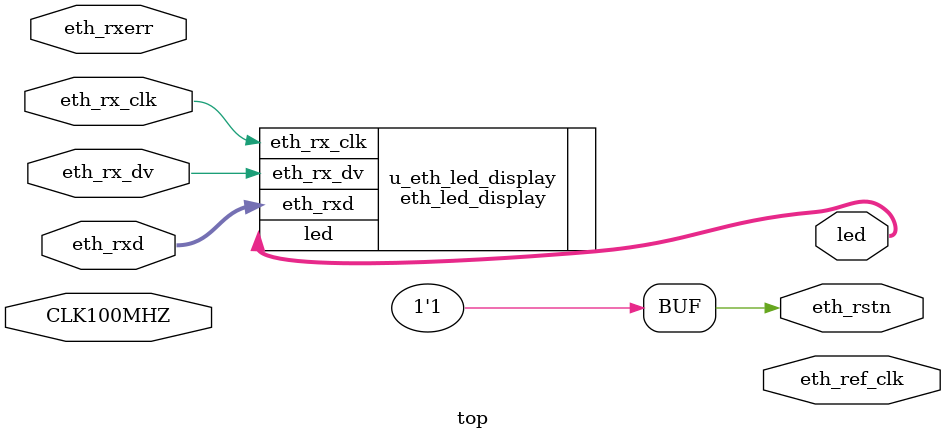
<source format=v>

module top (
    // System Clock
    input wire CLK100MHZ,
    
    // MII Ethernet Receive Interface
    input wire eth_rx_clk,      // MII receive clock (25 MHz)
    input wire eth_rx_dv,       // MII receive data valid
    input wire [3:0] eth_rxd,   // MII receive data
    input wire eth_rxerr,       // MII receive error (not used but defined in XDC)
    output wire eth_rstn,       // Ethernet PHY reset (active low)
    output wire eth_ref_clk,    // Ethernet reference clock
    
    // LED Outputs
    output wire [3:0] led       // LED outputs
);

    // Ethernet PHY reset - keep PHY out of reset
    assign eth_rstn = 1'b1;
    
    // Ethernet reference clock - not used for MII but may be needed
    // This would typically come from a clock generator, but for simple display
    // we can leave it unconnected or tie it appropriately
    // assign eth_ref_clk = 1'b0; // Uncomment if needed
    
    // Instantiate the Ethernet to LED display module
    eth_led_display u_eth_led_display (
        .eth_rx_clk(eth_rx_clk),
        .eth_rx_dv(eth_rx_dv),
        .eth_rxd(eth_rxd),
        .led(led)
    );

endmodule


</source>
